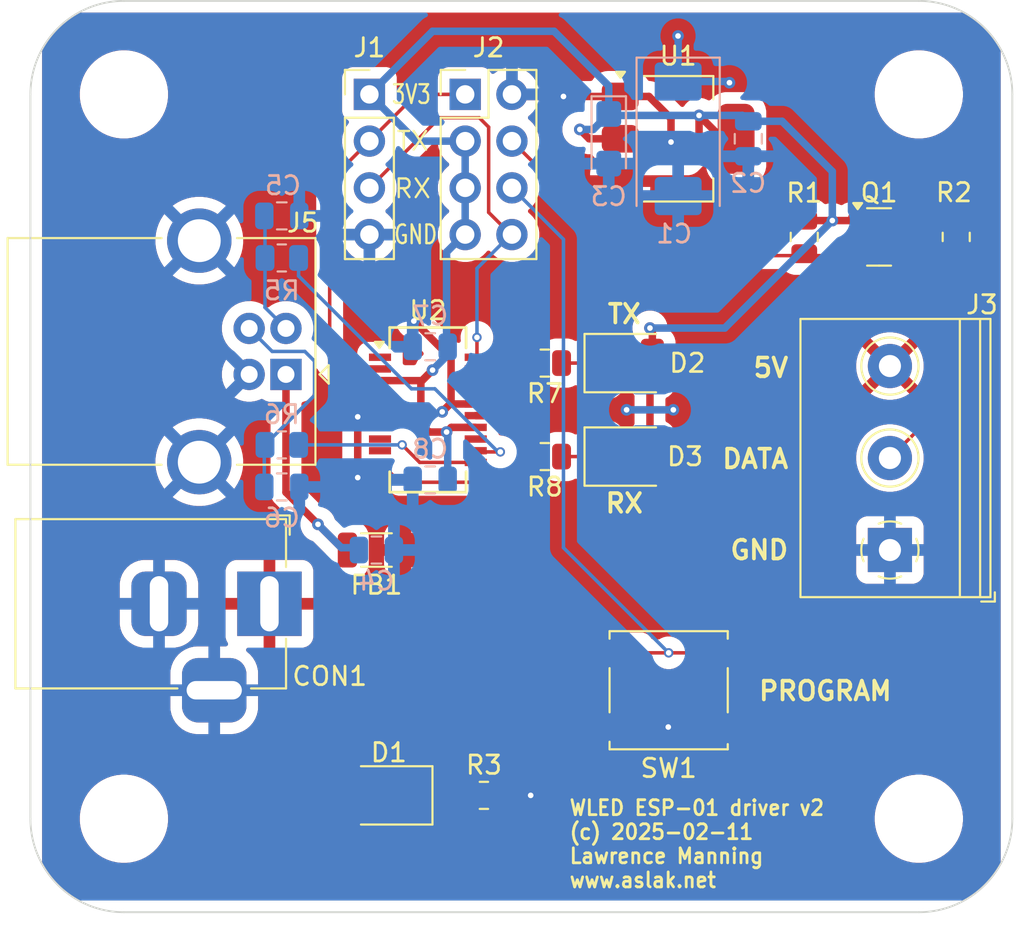
<source format=kicad_pcb>
(kicad_pcb (version 20241229) (generator "pcbnew") (generator_version "9.0")
  (layers (0 "F.Cu" signal) (2 "B.Cu" signal) (13 "F.Paste" user) (15 "B.Paste" user) (5 "F.SilkS" user "F.Silkscreen") (7 "B.SilkS" user "B.Silkscreen") (1 "F.Mask" user) (3 "B.Mask" user) (25 "Edge.Cuts" user))
  (net 0 "")
  (net 1 "+5V")
  (net 2 "+3V3")
  (net 3 "GND")
  (net 4 "Net-(D1-K)")
  (net 5 "/UART_TX")
  (net 6 "/UART_RX")
  (net 7 "/GPIO2")
  (net 8 "Net-(J3-Pin_2)")
  (net 9 "/VBUS")
  (net 10 "Net-(J5-D-)")
  (net 11 "/GPIO0")
  (net 12 "Net-(J5-D+)")
  (net 13 "Net-(D2-K)")
  (net 14 "Net-(D3-K)")
  (net 15 "Net-(U2-USBDM)")
  (net 16 "Net-(U2-USBDP)")
  (net 17 "/TXLED")
  (net 18 "/RXLED")
  (footprint "Resistor_SMD:R_0805_2012Metric" (layer "F.Cu") (at 37.335 59.69)
    (property "Reference" "R3" (at 0 -1.65 0) (layer "F.SilkS"))
    (property "Value" "1K")
    (fp_line (start -0.227064 -0.735) (end 0.227064 -0.735) (stroke (width 0.12)) (layer "F.SilkS"))
    (fp_line (start -0.227064 0.735) (end 0.227064 0.735) (stroke (width 0.12)) (layer "F.SilkS"))
    (pad "1" smd roundrect (at -0.9125 0) (size 1.025 1.4) (layers "F.Cu" "F.Mask" "F.Paste") (roundrect_rratio 0.243902) (net 4 "Net-(D1-K)"))
    (pad "2" smd roundrect (at 0.9125 0) (size 1.025 1.4) (layers "F.Cu" "F.Mask" "F.Paste") (roundrect_rratio 0.243902) (net 3 "GND"))
  )
  (footprint "Connector_PinHeader_2.54mm:PinHeader_2x04_P2.54mm_Vertical" (layer "F.Cu") (at 36.317 21.59)
    (property "Reference" "J2" (at 1.27 -2.54 0) (layer "F.SilkS"))
    (property "Value" "Conn_02x04_Odd_Even")
    (fp_line (start -1.33 -1.33) (end 0 -1.33) (stroke (width 0.12)) (layer "F.SilkS"))
    (fp_line (start -1.33 0) (end -1.33 -1.33) (stroke (width 0.12)) (layer "F.SilkS"))
    (fp_line (start -1.33 1.27) (end -1.33 8.95) (stroke (width 0.12)) (layer "F.SilkS"))
    (fp_line (start -1.33 1.27) (end 1.27 1.27) (stroke (width 0.12)) (layer "F.SilkS"))
    (fp_line (start -1.33 8.95) (end 3.87 8.95) (stroke (width 0.12)) (layer "F.SilkS"))
    (fp_line (start 1.27 -1.33) (end 3.87 -1.33) (stroke (width 0.12)) (layer "F.SilkS"))
    (fp_line (start 1.27 1.27) (end 1.27 -1.33) (stroke (width 0.12)) (layer "F.SilkS"))
    (fp_line (start 3.87 -1.33) (end 3.87 8.95) (stroke (width 0.12)) (layer "F.SilkS"))
    (pad "1" thru_hole rect (at 0 0) (size 1.7 1.7) (drill 1) (layers "*.Cu" "*.Mask") (net 5 "/UART_TX"))
    (pad "2" thru_hole oval (at 2.54 0) (size 1.7 1.7) (drill 1) (layers "*.Cu" "*.Mask") (net 3 "GND"))
    (pad "3" thru_hole oval (at 0 2.54) (size 1.7 1.7) (drill 1) (layers "*.Cu" "*.Mask") (net 2 "+3V3"))
    (pad "4" thru_hole oval (at 2.54 2.54) (size 1.7 1.7) (drill 1) (layers "*.Cu" "*.Mask") (net 7 "/GPIO2"))
    (pad "5" thru_hole oval (at 0 5.08) (size 1.7 1.7) (drill 1) (layers "*.Cu" "*.Mask") (net 2 "+3V3"))
    (pad "6" thru_hole oval (at 2.54 5.08) (size 1.7 1.7) (drill 1) (layers "*.Cu" "*.Mask") (net 11 "/GPIO0"))
    (pad "7" thru_hole oval (at 0 7.62) (size 1.7 1.7) (drill 1) (layers "*.Cu" "*.Mask") (net 2 "+3V3"))
    (pad "8" thru_hole oval (at 2.54 7.62) (size 1.7 1.7) (drill 1) (layers "*.Cu" "*.Mask") (net 6 "/UART_RX"))
  )
  (footprint "LED_SMD:LED_1210_3225Metric" (layer "F.Cu") (at 45.085 41.275)
    (property "Reference" "D3" (at 3.175 0 0) (layer "F.SilkS"))
    (property "Value" "UART_LED")
    (fp_line (start -2.285 -1.585) (end -2.285 1.585) (stroke (width 0.12)) (layer "F.SilkS"))
    (fp_line (start -2.285 1.585) (end 1.6 1.585) (stroke (width 0.12)) (layer "F.SilkS"))
    (fp_line (start 1.6 -1.585) (end -2.285 -1.585) (stroke (width 0.12)) (layer "F.SilkS"))
    (pad "1" smd roundrect (at -1.4 0) (size 1.25 2.65) (layers "F.Cu" "F.Mask" "F.Paste") (roundrect_rratio 0.2) (net 14 "Net-(D3-K)"))
    (pad "2" smd roundrect (at 1.4 0) (size 1.25 2.65) (layers "F.Cu" "F.Mask" "F.Paste") (roundrect_rratio 0.2) (net 2 "+3V3"))
  )
  (footprint "LED_SMD:LED_1210_3225Metric" (layer "F.Cu") (at 45.085 36.195)
    (property "Reference" "D2" (at 3.302 0 0) (layer "F.SilkS"))
    (property "Value" "UART_LED")
    (fp_line (start -2.285 -1.585) (end -2.285 1.585) (stroke (width 0.12)) (layer "F.SilkS"))
    (fp_line (start -2.285 1.585) (end 1.6 1.585) (stroke (width 0.12)) (layer "F.SilkS"))
    (fp_line (start 1.6 -1.585) (end -2.285 -1.585) (stroke (width 0.12)) (layer "F.SilkS"))
    (pad "1" smd roundrect (at -1.4 0) (size 1.25 2.65) (layers "F.Cu" "F.Mask" "F.Paste") (roundrect_rratio 0.2) (net 13 "Net-(D2-K)"))
    (pad "2" smd roundrect (at 1.4 0) (size 1.25 2.65) (layers "F.Cu" "F.Mask" "F.Paste") (roundrect_rratio 0.2) (net 2 "+3V3"))
  )
  (footprint "MountingHole:MountingHole_4.3mm_M4" (layer "F.Cu") (at 60.96 60.96)
    (property "Reference" "H4" (hide yes))
    (property "Value" "HOLE")
    (pad "" np_thru_hole circle (at 0 0) (size 4.3 4.3) (drill 4.3) (layers "*.Cu" "*.Mask"))
  )
  (footprint "Package_TO_SOT_SMD:SOT-23" (layer "F.Cu") (at 58.801 29.337)
    (property "Reference" "Q1" (at 0 -2.4 0) (layer "F.SilkS"))
    (property "Value" "2N7002")
    (fp_line (start 0 -1.56) (end -0.65 -1.56) (stroke (width 0.12)) (layer "F.SilkS"))
    (fp_line (start 0 -1.56) (end 0.65 -1.56) (stroke (width 0.12)) (layer "F.SilkS"))
    (fp_line (start 0 1.56) (end -0.65 1.56) (stroke (width 0.12)) (layer "F.SilkS"))
    (fp_line (start 0 1.56) (end 0.65 1.56) (stroke (width 0.12)) (layer "F.SilkS"))
    (fp_poly (pts (xy -1.1625 -1.51) (xy -1.4025 -1.84) (xy -0.9225 -1.84) (xy -1.1625 -1.51)) (stroke (width 0.12)) (fill yes) (layer "F.SilkS"))
    (pad "1" smd roundrect (at -0.9375 -0.95) (size 1.475 0.6) (layers "F.Cu" "F.Mask" "F.Paste") (net 2 "+3V3"))
    (pad "2" smd roundrect (at -0.9375 0.95) (size 1.475 0.6) (layers "F.Cu" "F.Mask" "F.Paste") (net 7 "/GPIO2"))
    (pad "3" smd roundrect (at 0.9375 0) (size 1.475 0.6) (layers "F.Cu" "F.Mask" "F.Paste") (net 8 "Net-(J3-Pin_2)"))
  )
  (footprint "Resistor_SMD:R_0805_2012Metric" (layer "F.Cu") (at 62.992 29.337 90)
    (property "Reference" "R2" (at 2.413 -0.127 180) (layer "F.SilkS"))
    (property "Value" "10k")
    (fp_line (start -0.227064 -0.735) (end 0.227064 -0.735) (stroke (width 0.12)) (layer "F.SilkS"))
    (fp_line (start -0.227064 0.735) (end 0.227064 0.735) (stroke (width 0.12)) (layer "F.SilkS"))
    (pad "1" smd roundrect (at -0.9125 0 90) (size 1.025 1.4) (layers "F.Cu" "F.Mask" "F.Paste") (roundrect_rratio 0.243902) (net 1 "+5V"))
    (pad "2" smd roundrect (at 0.9125 0 90) (size 1.025 1.4) (layers "F.Cu" "F.Mask" "F.Paste") (roundrect_rratio 0.243902) (net 8 "Net-(J3-Pin_2)"))
  )
  (footprint "Connector_BarrelJack:BarrelJack_Horizontal" (layer "F.Cu") (at 25.685 49.276)
    (property "Reference" "CON1" (at 3.271 3.937 0) (layer "F.SilkS"))
    (property "Value" "POWERLJACK")
    (fp_line (start -13.8 -4.6) (end 0.9 -4.6) (stroke (width 0.12)) (layer "F.SilkS"))
    (fp_line (start -13.8 4.6) (end -13.8 -4.6) (stroke (width 0.12)) (layer "F.SilkS"))
    (fp_line (start -5 4.6) (end -13.8 4.6) (stroke (width 0.12)) (layer "F.SilkS"))
    (fp_line (start 0.05 -4.8) (end 1.1 -4.8) (stroke (width 0.12)) (layer "F.SilkS"))
    (fp_line (start 0.9 -4.6) (end 0.9 -2) (stroke (width 0.12)) (layer "F.SilkS"))
    (fp_line (start 0.9 1.9) (end 0.9 4.6) (stroke (width 0.12)) (layer "F.SilkS"))
    (fp_line (start 0.9 4.6) (end -1 4.6) (stroke (width 0.12)) (layer "F.SilkS"))
    (fp_line (start 1.1 -3.75) (end 1.1 -4.8) (stroke (width 0.12)) (layer "F.SilkS"))
    (pad "1" thru_hole rect (at 0 0) (size 3.5 3.5) (drill oval 1 3) (layers "*.Cu" "*.Mask") (net 1 "+5V"))
    (pad "2" thru_hole roundrect (at -6 0) (size 3 3.5) (drill oval 1 3) (layers "*.Cu" "*.Mask") (net 3 "GND"))
    (pad "3" thru_hole roundrect (at -3 4.7) (size 3.5 3.5) (drill oval 3 1) (layers "*.Cu" "*.Mask") (net 3 "GND"))
  )
  (footprint "Connector_PinHeader_2.54mm:PinHeader_1x04_P2.54mm_Vertical" (layer "F.Cu") (at 31.115 21.59)
    (property "Reference" "J1" (at 0 -2.54 0) (layer "F.SilkS"))
    (property "Value" "Conn_01x04")
    (fp_line (start -1.33 -1.33) (end 0 -1.33) (stroke (width 0.12)) (layer "F.SilkS"))
    (fp_line (start -1.33 0) (end -1.33 -1.33) (stroke (width 0.12)) (layer "F.SilkS"))
    (fp_line (start -1.33 1.27) (end -1.33 8.95) (stroke (width 0.12)) (layer "F.SilkS"))
    (fp_line (start -1.33 1.27) (end 1.33 1.27) (stroke (width 0.12)) (layer "F.SilkS"))
    (fp_line (start -1.33 8.95) (end 1.33 8.95) (stroke (width 0.12)) (layer "F.SilkS"))
    (fp_line (start 1.33 1.27) (end 1.33 8.95) (stroke (width 0.12)) (layer "F.SilkS"))
    (pad "1" thru_hole rect (at 0 0) (size 1.7 1.7) (drill 1) (layers "*.Cu" "*.Mask") (net 2 "+3V3"))
    (pad "2" thru_hole oval (at 0 2.54) (size 1.7 1.7) (drill 1) (layers "*.Cu" "*.Mask") (net 5 "/UART_TX"))
    (pad "3" thru_hole oval (at 0 5.08) (size 1.7 1.7) (drill 1) (layers "*.Cu" "*.Mask") (net 6 "/UART_RX"))
    (pad "4" thru_hole oval (at 0 7.62) (size 1.7 1.7) (drill 1) (layers "*.Cu" "*.Mask") (net 3 "GND"))
  )
  (footprint "Inductor_SMD:L_1206_3216Metric" (layer "F.Cu") (at 31.496 46.355 180)
    (property "Reference" "FB1" (at 0 -1.9 0) (layer "F.SilkS"))
    (property "Value" "Bead")
    (fp_line (start -0.835242 0.91) (end 0.835242 0.91) (stroke (width 0.12)) (layer "F.SilkS"))
    (fp_line (start -0.835242 -0.91) (end 0.835242 -0.91) (stroke (width 0.12)) (layer "F.SilkS"))
    (pad "1" smd roundrect (at -1.575 0 180) (size 1.05 1.9) (layers "F.Cu" "F.Mask" "F.Paste") (roundrect_rratio 0.238095) (net 1 "+5V"))
    (pad "2" smd roundrect (at 1.575 0 180) (size 1.05 1.9) (layers "F.Cu" "F.Mask" "F.Paste") (roundrect_rratio 0.238095) (net 9 "/VBUS"))
  )
  (footprint "MountingHole:MountingHole_4.3mm_M4" (layer "F.Cu") (at 17.78 21.59)
    (property "Reference" "H1" (hide yes))
    (property "Value" "HOLE")
    (pad "" np_thru_hole circle (at 0 0) (size 4.3 4.3) (drill 4.3) (layers "*.Cu" "*.Mask"))
  )
  (footprint "Button_Switch_SMD:SW_Push_1P1T_NO_CK_KSC6xxJ" (layer "F.Cu") (at 47.371 53.975)
    (property "Reference" "SW1" (at 0 4.24 0) (layer "F.SilkS"))
    (property "Value" "RESETBUTTON")
    (fp_line (start -3.21 -3.21) (end -3.21 -2.8) (stroke (width 0.12)) (layer "F.SilkS"))
    (fp_line (start -3.21 -1.2) (end -3.21 1.2) (stroke (width 0.12)) (layer "F.SilkS"))
    (fp_line (start -3.21 2.8) (end -3.21 3.21) (stroke (width 0.12)) (layer "F.SilkS"))
    (fp_line (start -3.21 3.21) (end 3.21 3.21) (stroke (width 0.12)) (layer "F.SilkS"))
    (fp_line (start 3.21 -3.21) (end -3.21 -3.21) (stroke (width 0.12)) (layer "F.SilkS"))
    (fp_line (start 3.21 -2.8) (end 3.21 -3.21) (stroke (width 0.12)) (layer "F.SilkS"))
    (fp_line (start 3.21 1.2) (end 3.21 -1.2) (stroke (width 0.12)) (layer "F.SilkS"))
    (fp_line (start 3.21 3.21) (end 3.21 2.93) (stroke (width 0.12)) (layer "F.SilkS"))
    (pad "1" smd rect (at -2.9 -2) (size 2.8 1) (layers "F.Cu" "F.Mask" "F.Paste") (net 11 "/GPIO0"))
    (pad "1" smd rect (at 2.9 -2) (size 2.8 1) (layers "F.Cu" "F.Mask" "F.Paste") (net 11 "/GPIO0"))
    (pad "2" smd rect (at -2.9 2) (size 2.8 1) (layers "F.Cu" "F.Mask" "F.Paste") (net 3 "GND"))
    (pad "2" smd rect (at 2.9 2) (size 2.8 1) (layers "F.Cu" "F.Mask" "F.Paste") (net 3 "GND"))
  )
  (footprint "MountingHole:MountingHole_4.3mm_M4" (layer "F.Cu") (at 17.78 60.96)
    (property "Reference" "H2" (hide yes))
    (property "Value" "HOLE")
    (pad "" np_thru_hole circle (at 0 0) (size 4.3 4.3) (drill 4.3) (layers "*.Cu" "*.Mask"))
  )
  (footprint "LED_SMD:LED_1210_3225Metric" (layer "F.Cu") (at 32.255 59.69 180)
    (property "Reference" "D1" (at 0.087 2.326 0) (layer "F.SilkS"))
    (property "Value" "POWERLED")
    (fp_line (start 1.6 -1.585) (end -2.285 -1.585) (stroke (width 0.12)) (layer "F.SilkS"))
    (fp_line (start -2.285 1.585) (end 1.6 1.585) (stroke (width 0.12)) (layer "F.SilkS"))
    (fp_line (start -2.285 -1.585) (end -2.285 1.585) (stroke (width 0.12)) (layer "F.SilkS"))
    (pad "1" smd roundrect (at -1.4 0 180) (size 1.25 2.65) (layers "F.Cu" "F.Mask" "F.Paste") (roundrect_rratio 0.2) (net 4 "Net-(D1-K)"))
    (pad "2" smd roundrect (at 1.4 0 180) (size 1.25 2.65) (layers "F.Cu" "F.Mask" "F.Paste") (roundrect_rratio 0.2) (net 1 "+5V"))
  )
  (footprint "Resistor_SMD:R_0805_2012Metric" (layer "F.Cu") (at 54.737 29.337 -90)
    (property "Reference" "R1" (at -2.3895 0 180) (layer "F.SilkS"))
    (property "Value" "10k")
    (fp_line (start -0.227064 0.735) (end 0.227064 0.735) (stroke (width 0.12)) (layer "F.SilkS"))
    (fp_line (start -0.227064 -0.735) (end 0.227064 -0.735) (stroke (width 0.12)) (layer "F.SilkS"))
    (pad "1" smd roundrect (at -0.9125 0 270) (size 1.025 1.4) (layers "F.Cu" "F.Mask" "F.Paste") (roundrect_rratio 0.243902) (net 2 "+3V3"))
    (pad "2" smd roundrect (at 0.9125 0 270) (size 1.025 1.4) (layers "F.Cu" "F.Mask" "F.Paste") (roundrect_rratio 0.243902) (net 7 "/GPIO2"))
  )
  (footprint "MountingHole:MountingHole_4.3mm_M4" (layer "F.Cu") (at 60.96 21.59)
    (property "Reference" "H3" (hide yes))
    (property "Value" "HOLE")
    (pad "" np_thru_hole circle (at 0 0) (size 4.3 4.3) (drill 4.3) (layers "*.Cu" "*.Mask"))
  )
  (footprint "Connector_USB:USB_B_OST_USB-B1HSxx_Horizontal" (layer "F.Cu") (at 26.5825 36.81 180)
    (property "Reference" "J5" (at -0.9155 8.235 0) (layer "F.SilkS"))
    (property "Value" "USB_B")
    (fp_line (start 15.12 7.41) (end 6.76 7.41) (stroke (width 0.12)) (layer "F.SilkS"))
    (fp_line (start 15.12 -4.91) (end 15.12 7.41) (stroke (width 0.12)) (layer "F.SilkS"))
    (fp_line (start 6.76 -4.91) (end 15.12 -4.91) (stroke (width 0.12)) (layer "F.SilkS"))
    (fp_line (start 2.66 -4.91) (end -1.6 -4.91) (stroke (width 0.12)) (layer "F.SilkS"))
    (fp_line (start -1.6 7.41) (end 2.66 7.41) (stroke (width 0.12)) (layer "F.SilkS"))
    (fp_line (start -1.6 -4.91) (end -1.6 7.41) (stroke (width 0.12)) (layer "F.SilkS"))
    (fp_line (start -1.82 0) (end -2.32 -0.5) (stroke (width 0.12)) (layer "F.SilkS"))
    (fp_line (start -2.32 0.5) (end -1.82 0) (stroke (width 0.12)) (layer "F.SilkS"))
    (fp_line (start -2.32 -0.5) (end -2.32 0.5) (stroke (width 0.12)) (layer "F.SilkS"))
    (pad "1" thru_hole rect (at 0 0 180) (size 1.7 1.7) (drill 0.92) (layers "*.Cu" "*.Mask") (net 9 "/VBUS"))
    (pad "2" thru_hole circle (at 0 2.5 180) (size 1.7 1.7) (drill 0.92) (layers "*.Cu" "*.Mask") (net 10 "Net-(J5-D-)"))
    (pad "3" thru_hole circle (at 2 2.5 180) (size 1.7 1.7) (drill 0.92) (layers "*.Cu" "*.Mask") (net 12 "Net-(J5-D+)"))
    (pad "4" thru_hole circle (at 2 0 180) (size 1.7 1.7) (drill 0.92) (layers "*.Cu" "*.Mask") (net 3 "GND"))
    (pad "5" thru_hole circle (at 4.71 -4.77 180) (size 3.5 3.5) (drill 2.33) (layers "*.Cu" "*.Mask") (net 3 "GND"))
    (pad "5" thru_hole circle (at 4.71 7.27 180) (size 3.5 3.5) (drill 2.33) (layers "*.Cu" "*.Mask") (net 3 "GND"))
  )
  (footprint "TerminalBlock_Philmore:TerminalBlock_Philmore_TB133_1x03_P5.00mm_Horizontal" (layer "F.Cu") (at 59.39 46.355 90)
    (property "Reference" "J3" (at 13.335 4.999 180) (layer "F.SilkS"))
    (property "Value" "Screw_Terminal_01x03")
    (fp_line (start 12.56 -4.86) (end 12.56 5.46) (stroke (width 0.12)) (layer "F.SilkS"))
    (fp_line (start -2.56 -4.86) (end 12.56 -4.86) (stroke (width 0.12)) (layer "F.SilkS"))
    (fp_line (start -2.56 -4.86) (end -2.56 5.46) (stroke (width 0.12)) (layer "F.SilkS"))
    (fp_line (start -2.56 3.8) (end 12.56 3.8) (stroke (width 0.12)) (layer "F.SilkS"))
    (fp_line (start -2.56 4.9) (end 12.56 4.9) (stroke (width 0.12)) (layer "F.SilkS"))
    (fp_line (start -2.8 4.96) (end -2.8 5.7) (stroke (width 0.12)) (layer "F.SilkS"))
    (fp_line (start -2.56 5.46) (end 12.56 5.46) (stroke (width 0.12)) (layer "F.SilkS"))
    (fp_line (start -2.8 5.7) (end -2.3 5.7) (stroke (width 0.12)) (layer "F.SilkS"))
    (fp_arc (start -0.607742 -1.432109) (mid 0.00014 -1.555727) (end 0.608 -1.432) (stroke (width 0.12)) (layer "F.SilkS"))
    (fp_arc (start 1.432109 -0.607742) (mid 1.555727 0.00014) (end 1.432 0.608) (stroke (width 0.12)) (layer "F.SilkS"))
    (fp_arc (start -1.432109 0.607742) (mid -1.555727 -0.00014) (end -1.432 -0.608) (stroke (width 0.12)) (layer "F.SilkS"))
    (fp_arc (start 0.607587 1.431385) (mid 0.310017 1.523783) (end 0 1.555) (stroke (width 0.12)) (layer "F.SilkS"))
    (fp_arc (start 0.027011 1.555493) (mid -0.296984 1.527118) (end -0.608 1.432) (stroke (width 0.12)) (layer "F.SilkS"))
    (fp_circle (center 10 0) (end 11.555 0) (stroke (width 0.12)) (fill no) (layer "F.SilkS"))
    (fp_circle (center 5 0) (end 6.555 0) (stroke (width 0.12)) (fill no) (layer "F.SilkS"))
    (pad "1" thru_hole rect (at 0 0 90) (size 2.4 2.4) (drill 1.2) (layers "*.Cu" "*.Mask") (net 3 "GND"))
    (pad "2" thru_hole circle (at 5 0 90) (size 2.4 2.4) (drill 1.2) (layers "*.Cu" "*.Mask") (net 8 "Net-(J3-Pin_2)"))
    (pad "3" thru_hole circle (at 10 0 90) (size 2.4 2.4) (drill 1.2) (layers "*.Cu" "*.Mask") (net 1 "+5V"))
  )
  (footprint "Package_TO_SOT_SMD:SOT-223-3_TabPin2" (layer "F.Cu") (at 47.8865 24.003)
    (property "Reference" "U1" (at 0 -4.5 0) (layer "F.SilkS"))
    (property "Value" "AZ1117-3.3")
    (fp_line (start -1.85 -3.41) (end 1.91 -3.41) (stroke (width 0.12)) (layer "F.SilkS"))
    (fp_line (start -1.85 3.41) (end 1.91 3.41) (stroke (width 0.12)) (layer "F.SilkS"))
    (fp_line (start 1.91 -3.41) (end 1.91 -2.15) (stroke (width 0.12)) (layer "F.SilkS"))
    (fp_line (start 1.91 3.41) (end 1.91 2.15) (stroke (width 0.12)) (layer "F.SilkS"))
    (fp_poly (pts (xy -3.13 -3.31) (xy -3.37 -3.64) (xy -2.89 -3.64) (xy -3.13 -3.31)) (stroke (width 0.12)) (fill yes) (layer "F.SilkS"))
    (pad "1" smd roundrect (at -3.15 -2.3) (size 2 1.5) (layers "F.Cu" "F.Mask" "F.Paste") (net 3 "GND"))
    (pad "2" smd roundrect (at -3.15 0) (size 2 1.5) (layers "F.Cu" "F.Mask" "F.Paste") (net 2 "+3V3"))
    (pad "2" smd roundrect (at 3.15 0) (size 2 3.8) (layers "F.Cu" "F.Mask" "F.Paste") (net 2 "+3V3"))
    (pad "3" smd roundrect (at -3.15 2.3) (size 2 1.5) (layers "F.Cu" "F.Mask" "F.Paste") (net 1 "+5V"))
  )
  (footprint "Resistor_SMD:R_0805_2012Metric" (layer "F.Cu") (at 40.64 36.195 180)
    (property "Reference" "R7" (at 0 -1.65 0) (layer "F.SilkS"))
    (property "Value" "1K")
    (fp_line (start -0.227064 0.735) (end 0.227064 0.735) (stroke (width 0.12)) (layer "F.SilkS"))
    (fp_line (start -0.227064 -0.735) (end 0.227064 -0.735) (stroke (width 0.12)) (layer "F.SilkS"))
    (pad "1" smd roundrect (at -0.9125 0 180) (size 1.025 1.4) (layers "F.Cu" "F.Mask" "F.Paste") (roundrect_rratio 0.243902) (net 13 "Net-(D2-K)"))
    (pad "2" smd roundrect (at 0.9125 0 180) (size 1.025 1.4) (layers "F.Cu" "F.Mask" "F.Paste") (roundrect_rratio 0.243902) (net 17 "/TXLED"))
  )
  (footprint "Resistor_SMD:R_0805_2012Metric" (layer "F.Cu") (at 40.64 41.275 180)
    (property "Reference" "R8" (at 0 -1.65 0) (layer "F.SilkS"))
    (property "Value" "1K")
    (fp_line (start -0.227064 0.735) (end 0.227064 0.735) (stroke (width 0.12)) (layer "F.SilkS"))
    (fp_line (start -0.227064 -0.735) (end 0.227064 -0.735) (stroke (width 0.12)) (layer "F.SilkS"))
    (pad "1" smd roundrect (at -0.9125 0 180) (size 1.025 1.4) (layers "F.Cu" "F.Mask" "F.Paste") (roundrect_rratio 0.243902) (net 14 "Net-(D3-K)"))
    (pad "2" smd roundrect (at 0.9125 0 180) (size 1.025 1.4) (layers "F.Cu" "F.Mask" "F.Paste") (roundrect_rratio 0.243902) (net 18 "/RXLED"))
  )
  (footprint "Package_SO:SSOP-20_3.9x8.7mm_P0.635mm" (layer "F.Cu") (at 34.29 38.735)
    (property "Reference" "U2" (at 0 -5.4 0) (layer "F.SilkS"))
    (property "Value" "FT231XS")
    (fp_line (start -2.075 -4.475) (end 2.075 -4.475) (stroke (width 0.15)) (layer "F.SilkS"))
    (fp_line (start -2.075 -3.365) (end -2.075 -4.475) (stroke (width 0.15)) (layer "F.SilkS"))
    (fp_line (start -2.075 4.475) (end -2.075 3.365) (stroke (width 0.15)) (layer "F.SilkS"))
    (fp_line (start -2.075 4.475) (end 2.075 4.475) (stroke (width 0.15)) (layer "F.SilkS"))
    (fp_line (start 2.075 -4.475) (end 2.075 -3.365) (stroke (width 0.15)) (layer "F.SilkS"))
    (fp_line (start 2.075 4.475) (end 2.075 3.365) (stroke (width 0.15)) (layer "F.SilkS"))
    (fp_poly (pts (xy -2.6375 -3.365) (xy -2.8775 -3.695) (xy -2.3975 -3.695) (xy -2.6375 -3.365)) (stroke (width 0.12)) (fill yes) (layer "F.SilkS"))
    (pad "1" smd rect (at -2.6 -2.8575) (size 1.2 0.4) (layers "F.Cu" "F.Mask" "F.Paste"))
    (pad "2" smd rect (at -2.6 -2.2225) (size 1.2 0.4) (layers "F.Cu" "F.Mask" "F.Paste"))
    (pad "3" smd rect (at -2.6 -1.5875) (size 1.2 0.4) (layers "F.Cu" "F.Mask" "F.Paste") (net 2 "+3V3"))
    (pad "4" smd rect (at -2.6 -0.9525) (size 1.2 0.4) (layers "F.Cu" "F.Mask" "F.Paste") (net 5 "/UART_TX"))
    (pad "5" smd rect (at -2.6 -0.3175) (size 1.2 0.4) (layers "F.Cu" "F.Mask" "F.Paste"))
    (pad "6" smd rect (at -2.6 0.3175) (size 1.2 0.4) (layers "F.Cu" "F.Mask" "F.Paste") (net 3 "GND"))
    (pad "7" smd rect (at -2.6 0.9525) (size 1.2 0.4) (layers "F.Cu" "F.Mask" "F.Paste"))
    (pad "8" smd rect (at -2.6 1.5875) (size 1.2 0.4) (layers "F.Cu" "F.Mask" "F.Paste"))
    (pad "9" smd rect (at -2.6 2.2225) (size 1.2 0.4) (layers "F.Cu" "F.Mask" "F.Paste"))
    (pad "10" smd rect (at -2.6 2.8575) (size 1.2 0.4) (layers "F.Cu" "F.Mask" "F.Paste") (net 18 "/RXLED"))
    (pad "11" smd rect (at 2.6 2.8575) (size 1.2 0.4) (layers "F.Cu" "F.Mask" "F.Paste") (net 16 "Net-(U2-USBDP)"))
    (pad "12" smd rect (at 2.6 2.2225) (size 1.2 0.4) (layers "F.Cu" "F.Mask" "F.Paste") (net 15 "Net-(U2-USBDM)"))
    (pad "13" smd rect (at 2.6 1.5875) (size 1.2 0.4) (layers "F.Cu" "F.Mask" "F.Paste"))
    (pad "14" smd rect (at 2.6 0.9525) (size 1.2 0.4) (layers "F.Cu" "F.Mask" "F.Paste") (net 2 "+3V3"))
    (pad "15" smd rect (at 2.6 0.3175) (size 1.2 0.4) (layers "F.Cu" "F.Mask" "F.Paste") (net 1 "+5V"))
    (pad "16" smd rect (at 2.6 -0.3175) (size 1.2 0.4) (layers "F.Cu" "F.Mask" "F.Paste") (net 3 "GND"))
    (pad "17" smd rect (at 2.6 -0.9525) (size 1.2 0.4) (layers "F.Cu" "F.Mask" "F.Paste") (net 17 "/TXLED"))
    (pad "18" smd rect (at 2.6 -1.5875) (size 1.2 0.4) (layers "F.Cu" "F.Mask" "F.Paste"))
    (pad "19" smd rect (at 2.6 -2.2225) (size 1.2 0.4) (layers "F.Cu" "F.Mask" "F.Paste"))
    (pad "20" smd rect (at 2.6 -2.8575) (size 1.2 0.4) (layers "F.Cu" "F.Mask" "F.Paste") (net 6 "/UART_RX"))
  )
  (footprint "Resistor_SMD:R_0805_2012Metric" (layer "B.Cu") (at 26.355 30.48 180)
    (property "Reference" "R5" (at 0 -1.778 0) (layer "B.SilkS") (effects (justify mirror)))
    (property "Value" "27")
    (fp_line (start 0.227064 0.735) (end -0.227064 0.735) (stroke (width 0.12)) (layer "B.SilkS"))
    (fp_line (start 0.227064 -0.735) (end -0.227064 -0.735) (stroke (width 0.12)) (layer "B.SilkS"))
    (pad "1" smd roundrect (at -0.9125 0 180) (size 1.025 1.4) (layers "B.Cu" "B.Mask" "B.Paste") (roundrect_rratio 0.243902) (net 15 "Net-(U2-USBDM)"))
    (pad "2" smd roundrect (at 0.9125 0 180) (size 1.025 1.4) (layers "B.Cu" "B.Mask" "B.Paste") (roundrect_rratio 0.243902) (net 10 "Net-(J5-D-)"))
  )
  (footprint "Capacitor_SMD:C_0805_2012Metric" (layer "B.Cu") (at 34.417 35.306 180)
    (property "Reference" "C7" (at 0 1.68 0) (layer "B.SilkS") (effects (justify mirror)))
    (property "Value" "4.7u")
    (fp_line (start 0.261252 0.735) (end -0.261252 0.735) (stroke (width 0.12)) (layer "B.SilkS"))
    (fp_line (start 0.261252 -0.735) (end -0.261252 -0.735) (stroke (width 0.12)) (layer "B.SilkS"))
    (pad "1" smd roundrect (at -0.95 0 180) (size 1 1.45) (layers "B.Cu" "B.Mask" "B.Paste") (net 2 "+3V3"))
    (pad "2" smd roundrect (at 0.95 0 180) (size 1 1.45) (layers "B.Cu" "B.Mask" "B.Paste") (net 3 "GND"))
  )
  (footprint "Capacitor_SMD:C_0805_2012Metric" (layer "B.Cu") (at 34.417 42.545 180)
    (property "Reference" "C8" (at 0 1.68 0) (layer "B.SilkS") (effects (justify mirror)))
    (property "Value" "4.7u")
    (fp_line (start 0.261252 0.735) (end -0.261252 0.735) (stroke (width 0.12)) (layer "B.SilkS"))
    (fp_line (start 0.261252 -0.735) (end -0.261252 -0.735) (stroke (width 0.12)) (layer "B.SilkS"))
    (pad "1" smd roundrect (at -0.95 0 180) (size 1 1.45) (layers "B.Cu" "B.Mask" "B.Paste") (net 2 "+3V3"))
    (pad "2" smd roundrect (at 0.95 0 180) (size 1 1.45) (layers "B.Cu" "B.Mask" "B.Paste") (net 3 "GND"))
  )
  (footprint "Capacitor_SMD:C_0805_2012Metric" (layer "B.Cu") (at 51.6965 24.003 -90)
    (property "Reference" "C2" (at 2.413 0.0075 180) (layer "B.SilkS") (effects (justify mirror)))
    (property "Value" "0.1u")
    (fp_line (start 0.261252 0.735) (end -0.261252 0.735) (stroke (width 0.12)) (layer "B.SilkS"))
    (fp_line (start 0.261252 -0.735) (end -0.261252 -0.735) (stroke (width 0.12)) (layer "B.SilkS"))
    (pad "1" smd roundrect (at -0.95 0 270) (size 1 1.45) (layers "B.Cu" "B.Mask" "B.Paste") (net 2 "+3V3"))
    (pad "2" smd roundrect (at 0.95 0 270) (size 1 1.45) (layers "B.Cu" "B.Mask" "B.Paste") (net 3 "GND"))
  )
  (footprint "Resistor_SMD:R_0805_2012Metric" (layer "B.Cu") (at 26.355 40.64 180)
    (property "Reference" "R6" (at 0 1.65 0) (layer "B.SilkS") (effects (justify mirror)))
    (property "Value" "27")
    (fp_line (start 0.227064 0.735) (end -0.227064 0.735) (stroke (width 0.12)) (layer "B.SilkS"))
    (fp_line (start 0.227064 -0.735) (end -0.227064 -0.735) (stroke (width 0.12)) (layer "B.SilkS"))
    (pad "1" smd roundrect (at -0.9125 0 180) (size 1.025 1.4) (layers "B.Cu" "B.Mask" "B.Paste") (roundrect_rratio 0.243902) (net 16 "Net-(U2-USBDP)"))
    (pad "2" smd roundrect (at 0.9125 0 180) (size 1.025 1.4) (layers "B.Cu" "B.Mask" "B.Paste") (roundrect_rratio 0.243902) (net 12 "Net-(J5-D+)"))
  )
  (footprint "Capacitor_Tantalum_SMD:CP_EIA-3216-10_Kemet-I" (layer "B.Cu") (at 44.1165 24.003 -90)
    (property "Reference" "C3" (at 3.135 0 180) (layer "B.SilkS") (effects (justify mirror)))
    (property "Value" "10u")
    (fp_line (start -2.31 0.935) (end 1.6 0.935) (stroke (width 0.12)) (layer "B.SilkS"))
    (fp_line (start -2.31 -0.935) (end -2.31 0.935) (stroke (width 0.12)) (layer "B.SilkS"))
    (fp_line (start 1.6 -0.935) (end -2.31 -0.935) (stroke (width 0.12)) (layer "B.SilkS"))
    (pad "1" smd roundrect (at -1.35 0 270) (size 1.4 1.35) (layers "B.Cu" "B.Mask" "B.Paste") (roundrect_rratio 0.185185) (net 2 "+3V3"))
    (pad "2" smd roundrect (at 1.35 0 270) (size 1.4 1.35) (layers "B.Cu" "B.Mask" "B.Paste") (roundrect_rratio 0.185185) (net 3 "GND"))
  )
  (footprint "Capacitor_Tantalum_SMD:CP_EIA-7343-15_Kemet-W" (layer "B.Cu") (at 47.8865 24.003 -90)
    (property "Reference" "C1" (at 5.167 0.214 180) (layer "B.SilkS") (effects (justify mirror)))
    (property "Value" "47u")
    (fp_line (start -4.41 2.26) (end 3.65 2.26) (stroke (width 0.12)) (layer "B.SilkS"))
    (fp_line (start -4.41 -2.26) (end -4.41 2.26) (stroke (width 0.12)) (layer "B.SilkS"))
    (fp_line (start 3.65 -2.26) (end -4.41 -2.26) (stroke (width 0.12)) (layer "B.SilkS"))
    (pad "1" smd roundrect (at -3.1125 0 270) (size 2.075 2.55) (layers "B.Cu" "B.Mask" "B.Paste") (roundrect_rratio 0.120482) (net 1 "+5V"))
    (pad "2" smd roundrect (at 3.1125 0 270) (size 2.075 2.55) (layers "B.Cu" "B.Mask" "B.Paste") (roundrect_rratio 0.120482) (net 3 "GND"))
  )
  (footprint "Capacitor_SMD:C_0805_2012Metric" (layer "B.Cu") (at 31.496 46.355)
    (property "Reference" "C4" (at 0 1.68 0) (layer "B.SilkS") (effects (justify mirror)))
    (property "Value" "10n")
    (fp_line (start 0.261252 -0.735) (end -0.261252 -0.735) (stroke (width 0.12)) (layer "B.SilkS"))
    (fp_line (start 0.261252 0.735) (end -0.261252 0.735) (stroke (width 0.12)) (layer "B.SilkS"))
    (pad "1" smd roundrect (at -0.95 0) (size 1 1.45) (layers "B.Cu" "B.Mask" "B.Paste") (net 9 "/VBUS"))
    (pad "2" smd roundrect (at 0.95 0) (size 1 1.45) (layers "B.Cu" "B.Mask" "B.Paste") (net 3 "GND"))
  )
  (footprint "Capacitor_SMD:C_0805_2012Metric" (layer "B.Cu") (at 26.355 42.926)
    (property "Reference" "C6" (at 0 1.68 0) (layer "B.SilkS") (effects (justify mirror)))
    (property "Value" "47p")
    (fp_line (start 0.261252 -0.735) (end -0.261252 -0.735) (stroke (width 0.12)) (layer "B.SilkS"))
    (fp_line (start 0.261252 0.735) (end -0.261252 0.735) (stroke (width 0.12)) (layer "B.SilkS"))
    (pad "1" smd roundrect (at -0.95 0) (size 1 1.45) (layers "B.Cu" "B.Mask" "B.Paste") (net 12 "Net-(J5-D+)"))
    (pad "2" smd roundrect (at 0.95 0) (size 1 1.45) (layers "B.Cu" "B.Mask" "B.Paste") (net 3 "GND"))
  )
  (footprint "Capacitor_SMD:C_0805_2012Metric" (layer "B.Cu") (at 26.355 28.194)
    (property "Reference" "C5" (at 0.066 -1.651 0) (layer "B.SilkS") (effects (justify mirror)))
    (property "Value" "47p")
    (fp_line (start 0.261252 -0.735) (end -0.261252 -0.735) (stroke (width 0.12)) (layer "B.SilkS"))
    (fp_line (start 0.261252 0.735) (end -0.261252 0.735) (stroke (width 0.12)) (layer "B.SilkS"))
    (pad "1" smd roundrect (at -0.95 0) (size 1 1.45) (layers "B.Cu" "B.Mask" "B.Paste") (net 10 "Net-(J5-D-)"))
    (pad "2" smd roundrect (at 0.95 0) (size 1 1.45) (layers "B.Cu" "B.Mask" "B.Paste") (net 3 "GND"))
  )
  (gr_arc (start 12.7 21.59) (mid 14.187898 17.997898) (end 17.78 16.51) (stroke (width 0.1)) (layer "Edge.Cuts"))
  (gr_line (start 17.78 66.04) (end 60.96 66.04) (stroke (width 0.1)) (layer "Edge.Cuts"))
  (gr_arc (start 17.78 66.04) (mid 14.187898 64.552102) (end 12.7 60.96) (stroke (width 0.1)) (layer "Edge.Cuts"))
  (gr_arc (start 66.04 60.96) (mid 64.552102 64.552102) (end 60.96 66.04) (stroke (width 0.1)) (layer "Edge.Cuts"))
  (gr_line (start 60.96 16.51) (end 17.78 16.51) (stroke (width 0.1)) (layer "Edge.Cuts"))
  (gr_line (start 66.04 60.96) (end 66.04 21.59) (stroke (width 0.1)) (layer "Edge.Cuts"))
  (gr_line (start 12.7 21.59) (end 12.7 60.96) (stroke (width 0.1)) (layer "Edge.Cuts"))
  (gr_arc (start 60.96 16.51) (mid 64.552102 17.997898) (end 66.04 21.59) (stroke (width 0.1)) (layer "Edge.Cuts"))
  (gr_text "3V3" (at 32.258 21.59 0) (layer "F.SilkS") (effects (font (size 1.016 0.762) (thickness 0.127) (bold yes)) (justify left)))
  (gr_text "5V" (at 53.975 36.449 0) (layer "F.SilkS") (effects (font (size 1.016 1.016) (thickness 0.2032) (bold yes)) (justify right)))
  (gr_text "TX" (at 32.512 24.13 0) (layer "F.SilkS") (effects (font (size 1.016 1.016) (thickness 0.127) (bold yes)) (justify left)))
  (gr_text "PROGRAM" (at 55.88 54.61 0) (layer "F.SilkS") (effects (font (size 1.016 1.016) (thickness 0.2032) (bold yes)) (justify bottom)))
  (gr_text "GND" (at 53.975 46.355 0) (layer "F.SilkS") (effects (font (size 1.016 1.016) (thickness 0.2032) (bold yes)) (justify right)))
  (gr_text "RX" (at 32.385 26.71 0) (layer "F.SilkS") (effects (font (size 1.016 1.016) (thickness 0.127) (bold yes)) (justify left)))
  (gr_text "DATA" (at 53.975 41.402 0) (layer "F.SilkS") (effects (font (size 1.016 1.016) (thickness 0.2032) (bold yes)) (justify right)))
  (gr_text "WLED ESP-01 driver v2\n(c) 2025-02-11\nLawrence Manning\nwww.aslak.net" (at 41.91 64.77 0) (layer "F.SilkS") (effects (font (size 0.8128 0.762) (thickness 0.1524) (bold yes)) (justify left bottom)))
  (gr_text "RX" (at 44.958 43.815 0) (layer "F.SilkS") (effects (font (size 1.016 1.016) (thickness 0.2032) (bold yes))))
  (gr_text "TX" (at 44.958 33.528 0) (layer "F.SilkS") (effects (font (size 1.016 1.016) (thickness 0.2032) (bold yes))))
  (gr_text "GND" (at 32.385 29.21 0) (layer "F.SilkS") (effects (font (size 1.016 0.762) (thickness 0.127) (bold yes)) (justify left)))
  (segment (start 36.89 39.0525) (end 37.9095 39.0525) (width 0.4064) (layer "F.Cu") (net 1))
  (via (at 45.085 38.735) (size 0.635) (drill 0.3048) (layers "F.Cu" "B.Cu") (net 1))
  (via (at 50.673 20.955) (size 0.635) (drill 0.3048) (layers "F.Cu" "B.Cu") (net 1))
  (via (at 47.625 38.735) (size 0.635) (drill 0.3048) (layers "F.Cu" "B.Cu") (net 1))
  (via (at 47.879 18.415) (size 0.635) (drill 0.3048) (layers "F.Cu" "B.Cu") (net 1))
  (segment (start 47.8865 20.8905) (end 47.8865 18.4225) (width 0.4064) (layer "B.Cu") (net 1))
  (segment (start 50.6085 20.8905) (end 47.8865 20.8905) (width 0.4064) (layer "B.Cu") (net 1))
  (segment (start 47.8865 18.4225) (end 47.879 18.415) (width 0.4064) (layer "B.Cu") (net 1))
  (segment (start 50.673 20.955) (end 50.6085 20.8905) (width 0.4064) (layer "B.Cu") (net 1))
  (segment (start 45.085 38.735) (end 47.625 38.735) (width 0.4064) (layer "B.Cu") (net 1))
  (segment (start 45.085 24.003) (end 44.7365 24.003) (width 0.4064) (layer "F.Cu") (net 2))
  (segment (start 49.022 24.511) (end 48.387 25.146) (width 0.4064) (layer "F.Cu") (net 2))
  (segment (start 54.7605 28.448) (end 56.261 28.448) (width 0.4064) (layer "F.Cu") (net 2))
  (segment (start 57.8635 28.387) (end 57.8025 28.448) (width 0.4064) (layer "F.Cu") (net 2))
  (segment (start 46.228 25.146) (end 45.085 24.003) (width 0.4064) (layer "F.Cu") (net 2))
  (segment (start 46.355 41.145) (end 46.355 36.325) (width 0.4064) (layer "F.Cu") (net 2))
  (segment (start 57.8025 28.448) (end 56.261 28.448) (width 0.4064) (layer "F.Cu") (net 2))
  (segment (start 34.29 36.83) (end 33.909 37.211) (width 0.4064) (layer "F.Cu") (net 2))
  (segment (start 48.387 25.146) (end 46.228 25.146) (width 0.4064) (layer "F.Cu") (net 2))
  (segment (start 34.544 36.576) (end 34.29 36.83) (width 0.4064) (layer "F.Cu") (net 2))
  (segment (start 35.56 39.6875) (end 36.89 39.6875) (width 0.4064) (layer "F.Cu") (net 2))
  (segment (start 46.355 34.29) (end 46.485 34.42) (width 0.4064) (layer "F.Cu") (net 2))
  (segment (start 54.737 28.4245) (end 54.7605 28.448) (width 0.4064) (layer "F.Cu") (net 2))
  (segment (start 36.2585 26.67) (end 36.2585 26.7335) (width 0.4064) (layer "F.Cu") (net 2))
  (segment (start 49.022 22.733) (end 49.022 24.511) (width 0.4064) (layer "F.Cu") (net 2))
  (segment (start 46.485 34.42) (end 46.485 36.195) (width 0.4064) (layer "F.Cu") (net 2))
  (segment (start 46.355 36.325) (end 46.485 36.195) (width 0.4064) (layer "F.Cu") (net 2))
  (segment (start 34.3535 39.9415) (end 33.909 39.497) (width 0.4064) (layer "F.Cu") (net 2))
  (segment (start 51.0365 24.003) (end 50.292 24.003) (width 0.4064) (layer "F.Cu") (net 2))
  (segment (start 31.69 37.1475) (end 33.9725 37.1475) (width 0.4064) (layer "F.Cu") (net 2))
  (segment (start 33.909 39.497) (end 33.909 37.211) (width 0.4064) (layer "F.Cu") (net 2))
  (segment (start 35.306 39.9415) (end 34.3535 39.9415) (width 0.4064) (layer "F.Cu") (net 2))
  (segment (start 44.7365 24.003) (end 43.053 24.003) (width 0.4064) (layer "F.Cu") (net 2))
  (segment (start 35.306 39.9415) (end 35.56 39.6875) (width 0.4064) (layer "F.Cu") (net 2))
  (segment (start 50.292 24.003) (end 49.022 22.733) (width 0.4064) (layer "F.Cu") (net 2))
  (segment (start 33.9725 37.1475) (end 34.29 36.83) (width 0.4064) (layer "F.Cu") (net 2))
  (segment (start 46.485 41.275) (end 46.355 41.145) (width 0.4064) (layer "F.Cu") (net 2))
  (segment (start 43.053 24.003) (end 42.545 23.495) (width 0.4064) (layer "F.Cu") (net 2))
  (via (at 35.306 39.9415) (size 0.635) (drill 0.3048) (layers "F.Cu" "B.Cu") (net 2))
  (via (at 56.261 28.448) (size 0.635) (drill 0.3048) (layers "F.Cu" "B.Cu") (net 2))
  (via (at 34.544 36.576) (size 0.635) (drill 0.3048) (layers "F.Cu" "B.Cu") (net 2))
  (via (at 49.022 22.733) (size 0.635) (drill 0.3048) (layers "F.Cu" "B.Cu") (net 2))
  (via (at 42.545 23.495) (size 0.635) (drill 0.3048) (layers "F.Cu" "B.Cu") (net 2))
  (via (at 46.355 34.29) (size 0.635) (drill 0.3048) (layers "F.Cu" "B.Cu") (net 2))
  (segment (start 35.306 35.814) (end 35.306 30.1625) (width 0.4064) (layer "B.Cu") (net 2))
  (segment (start 43.2745 23.495) (end 44.1165 22.653) (width 0.4064) (layer "B.Cu") (net 2))
  (segment (start 35.306 30.1625) (end 36.317 29.1515) (width 0.4064) (layer "B.Cu") (net 2))
  (segment (start 50.419 34.29) (end 56.261 28.448) (width 0.4064) (layer "B.Cu") (net 2))
  (segment (start 56.261 25.781) (end 53.533 23.053) (width 0.4064) (layer "B.Cu") (net 2))
  (segment (start 49.022 22.733) (end 51.3765 22.733) (width 0.4064) (layer "B.Cu") (net 2))
  (segment (start 42.545 23.495) (end 43.2745 23.495) (width 0.4064) (layer "B.Cu") (net 2))
  (segment (start 49.022 22.733) (end 44.1965 22.733) (width 0.4064) (layer "B.Cu") (net 2))
  (segment (start 34.544 18.161) (end 31.115 21.59) (width 0.4064) (layer "B.Cu") (net 2))
  (segment (start 46.355 34.29) (end 50.419 34.29) (width 0.4064) (layer "B.Cu") (net 2))
  (segment (start 34.544 36.576) (end 35.306 35.814) (width 0.4064) (layer "B.Cu") (net 2))
  (segment (start 44.1165 21.1295) (end 41.148 18.161) (width 0.4064) (layer "B.Cu") (net 2))
  (segment (start 44.1165 22.82) (end 44.1165 21.1295) (width 0.4064) (layer "B.Cu") (net 2))
  (segment (start 36.317 29.1515) (end 36.317 24.252) (width 0.4064) (layer "B.Cu") (net 2))
  (segment (start 35.367 35.753) (end 35.367 35.306) (width 0.4064) (layer "B.Cu") (net 2))
  (segment (start 53.533 23.053) (end 51.6965 23.053) (width 0.4064) (layer "B.Cu") (net 2))
  (segment (start 56.261 28.448) (end 56.261 25.781) (width 0.4064) (layer "B.Cu") (net 2))
  (segment (start 31.115 21.59) (end 33.655 24.13) (width 0.4064) (layer "B.Cu") (net 2))
  (segment (start 33.655 24.13) (end 36.1315 24.13) (width 0.4064) (layer "B.Cu") (net 2))
  (segment (start 35.306 39.9415) (end 35.367 40.0025) (width 0.4064) (layer "B.Cu") (net 2))
  (segment (start 34.544 36.576) (end 35.367 35.753) (width 0.4064) (layer "B.Cu") (net 2))
  (segment (start 41.148 18.161) (end 34.544 18.161) (width 0.4064) (layer "B.Cu") (net 2))
  (segment (start 36.317 24.252) (end 36.195 24.13) (width 0.4064) (layer "B.Cu") (net 2))
  (segment (start 35.367 40.0025) (end 35.367 42.545) (width 0.4064) (layer "B.Cu") (net 2))
  (segment (start 51.3765 22.733) (end 51.6965 23.053) (width 0.4064) (layer "B.Cu") (net 2))
  (segment (start 44.1965 22.733) (end 44.1165 22.653) (width 0.4064) (layer "B.Cu") (net 2))
  (segment (start 35.550427 38.363573) (end 35.550427 35.931427) (width 0.4064) (layer "F.Cu") (net 3))
  (segment (start 47.498 24.1808) (end 47.498 22.8995) (width 0.4064) (layer "F.Cu") (net 3))
  (segment (start 38.2475 59.69) (end 39.875 59.69) (width 0.4064) (layer "F.Cu") (net 3))
  (segment (start 38.9115 21.703) (end 38.7985 21.59) (width 0.4064) (layer "F.Cu") (net 3))
  (segment (start 46.3015 21.703) (end 44.7365 21.703) (width 0.4064) (layer "F.Cu") (net 3))
  (segment (start 35.550427 35.931427) (end 33.528 33.909) (width 0.4064) (layer "F.Cu") (net 3))
  (segment (start 44.471 55.975) (end 47.35 55.975) (width 0.4064) (layer "F.Cu") (net 3))
  (segment (start 30.48 39.116) (end 30.5435 39.0525) (width 0.4064) (layer "F.Cu") (net 3))
  (segment (start 35.069937 38.844063) (end 35.4965 38.4175) (width 0.4064) (layer "F.Cu") (net 3))
  (segment (start 47.498 22.8995) (end 46.3015 21.703) (width 0.4064) (layer "F.Cu") (net 3))
  (segment (start 50.271 55.975) (end 47.35 55.975) (width 0.4064) (layer "F.Cu") (net 3))
  (segment (start 30.5435 39.0525) (end 31.69 39.0525) (width 0.4064) (layer "F.Cu") (net 3))
  (segment (start 44.7365 21.703) (end 38.9115 21.703) (width 0.4064) (layer "F.Cu") (net 3))
  (segment (start 35.4965 38.4175) (end 36.89 38.4175) (width 0.4064) (layer "F.Cu") (net 3))
  (segment (start 35.069937 38.844063) (end 35.550427 38.363573) (width 0.4064) (layer "F.Cu") (net 3))
  (segment (start 30.48 42.418) (end 30.48 39.116) (width 0.4064) (layer "F.Cu") (net 3))
  (via (at 39.875 59.69) (size 0.635) (drill 0.3048) (layers "F.Cu" "B.Cu") (net 3))
  (via (at 47.35 55.975) (size 0.635) (drill 0.3048) (layers "F.Cu" "B.Cu") (net 3))
  (via (at 33.528 33.909) (size 0.635) (drill 0.3048) (layers "F.Cu" "B.Cu") (net 3))
  (via (at 30.48 39.116) (size 0.635) (drill 0.3048) (layers "F.Cu" "B.Cu") (net 3))
  (via (at 30.48 42.418) (size 0.635) (drill 0.3048) (layers "F.Cu" "B.Cu") (net 3))
  (via (at 35.069937 38.844063) (size 0.635) (drill 0.3048) (layers "F.Cu" "B.Cu") (net 3))
  (via (at 41.656 21.703) (size 0.635) (drill 0.3048) (layers "F.Cu" "B.Cu") (net 3))
  (via (at 47.498 24.1808) (size 0.635) (drill 0.3048) (layers "F.Cu" "B.Cu") (net 3))
  (segment (start 21.8725 28.9935) (end 21.8725 29.54) (width 0.4064) (layer "B.Cu") (net 3))
  (segment (start 33.467 42.545) (end 33.34 42.418) (width 0.4064) (layer "B.Cu") (net 3))
  (segment (start 33.467 33.97) (end 33.528 33.909) (width 0.4064) (layer "B.Cu") (net 3))
  (segment (start 47.498 24.1808) (end 47.8865 24.5693) (width 0.4064) (layer "B.Cu") (net 3))
  (segment (start 33.34 42.418) (end 30.48 42.418) (width 0.4064) (layer "B.Cu") (net 3))
  (segment (start 46.3258 25.353) (end 44.1165 25.353) (width 0.4064) (layer "B.Cu") (net 3))
  (segment (start 21.8725 42.2535) (end 21.8725 41.58) (width 0.4064) (layer "B.Cu") (net 3))
  (segment (start 47.8865 24.5693) (end 47.8865 27.1155) (width 0.4064) (layer "B.Cu") (net 3))
  (segment (start 33.467 35.306) (end 33.467 33.97) (width 0.4064) (layer "B.Cu") (net 3))
  (segment (start 47.498 24.1808) (end 46.3258 25.353) (width 0.4064) (layer "B.Cu") (net 3))
  (segment (start 36.4225 59.69) (end 33.525 59.69) (width 0.1905) (layer "F.Cu") (net 4))
  (segment (start 30.5435 37.7825) (end 31.69 37.7825) (width 0.1905) (layer "F.Cu") (net 5))
  (segment (start 33.655 21.59) (end 36.317 21.59) (width 0.1905) (layer "F.Cu") (net 5))
  (segment (start 28.956 36.195) (end 30.5435 37.7825) (width 0.1905) (layer "F.Cu") (net 5))
  (segment (start 28.956 26.289) (end 28.956 36.195) (width 0.1905) (layer "F.Cu") (net 5))
  (segment (start 31.115 24.13) (end 33.655 21.59) (width 0.1905) (layer "F.Cu") (net 5))
  (segment (start 31.115 24.13) (end 28.956 26.289) (width 0.1905) (layer "F.Cu") (net 5))
  (segment (start 37.592 28.0035) (end 38.7985 29.21) (width 0.1905) (layer "F.Cu") (net 6))
  (segment (start 31.115 26.67) (end 34.925 22.86) (width 0.1905) (layer "F.Cu") (net 6))
  (segment (start 37.592 23.368) (end 37.592 28.0035) (width 0.1905) (layer "F.Cu") (net 6))
  (segment (start 36.89 35.8775) (end 36.957 35.8105) (width 0.1905) (layer "F.Cu") (net 6))
  (segment (start 36.957 35.8105) (end 36.957 34.798) (width 0.1905) (layer "F.Cu") (net 6))
  (segment (start 37.084 22.86) (end 37.592 23.368) (width 0.1905) (layer "F.Cu") (net 6))
  (segment (start 34.925 22.86) (end 37.084 22.86) (width 0.1905) (layer "F.Cu") (net 6))
  (via (at 36.957 34.798) (size 0.508) (drill 0.3048) (layers "F.Cu" "B.Cu") (net 6))
  (segment (start 36.957 31.0515) (end 38.7985 29.21) (width 0.1905) (layer "B.Cu") (net 6))
  (segment (start 36.957 34.798) (end 36.957 31.0515) (width 0.1905) (layer "B.Cu") (net 6))
  (segment (start 54.8405 30.353) (end 58.039 30.353) (width 0.1905) (layer "F.Cu") (net 7))
  (segment (start 38.9255 24.257) (end 38.989 24.257) (width 0.1905) (layer "F.Cu") (net 7))
  (segment (start 38.989 24.257) (end 45.085 30.353) (width 0.1905) (layer "F.Cu") (net 7))
  (segment (start 54.6335 30.353) (end 54.737 30.2495) (width 0.1905) (layer "F.Cu") (net 7))
  (segment (start 45.085 30.353) (end 54.6335 30.353) (width 0.1905) (layer "F.Cu") (net 7))
  (segment (start 54.737 30.2495) (end 54.8405 30.353) (width 0.1905) (layer "F.Cu") (net 7))
  (segment (start 62.23 38.515) (end 59.39 41.355) (width 0.1905) (layer "F.Cu") (net 8))
  (segment (start 62.23 34.544) (end 62.23 38.515) (width 0.1905) (layer "F.Cu") (net 8))
  (segment (start 59.7385 32.0525) (end 62.23 34.544) (width 0.1905) (layer "F.Cu") (net 8))
  (segment (start 59.7385 29.337) (end 60.96 29.337) (width 0.1905) (layer "F.Cu") (net 8))
  (segment (start 59.9205 29.4405) (end 59.817 29.337) (width 0.1905) (layer "F.Cu") (net 8))
  (segment (start 61.8725 28.4245) (end 62.992 28.4245) (width 0.1905) (layer "F.Cu") (net 8))
  (segment (start 60.96 29.337) (end 61.8725 28.4245) (width 0.1905) (layer "F.Cu") (net 8))
  (segment (start 59.7385 29.337) (end 59.7385 32.0525) (width 0.1905) (layer "F.Cu") (net 8))
  (segment (start 29.718 46.355) (end 29.921 46.355) (width 0.4064) (layer "F.Cu") (net 9))
  (segment (start 28.321 44.958) (end 26.5825 43.2195) (width 0.4064) (layer "F.Cu") (net 9))
  (segment (start 29.896 46.33) (end 29.921 46.355) (width 0.4064) (layer "F.Cu") (net 9))
  (segment (start 26.5825 43.2195) (end 26.5825 36.81) (width 0.4064) (layer "F.Cu") (net 9))
  (segment (start 28.321 44.958) (end 29.718 46.355) (width 0.4064) (layer "F.Cu") (net 9))
  (via (at 28.321 44.958) (size 0.635) (drill 0.3048) (layers "F.Cu" "B.Cu") (net 9))
  (segment (start 30.419 46.228) (end 30.546 46.355) (width 0.4064) (layer "B.Cu") (net 9))
  (segment (start 29.591 46.228) (end 30.419 46.228) (width 0.4064) (layer "B.Cu") (net 9))
  (segment (start 28.321 44.958) (end 29.591 46.228) (width 0.4064) (layer "B.Cu") (net 9))
  (segment (start 25.4425 28.2315) (end 25.4425 30.48) (width 0.1905) (layer "B.Cu") (net 10))
  (segment (start 25.4425 30.48) (end 25.4425 33.17) (width 0.1905) (layer "B.Cu") (net 10))
  (segment (start 25.4425 33.17) (end 26.5825 34.31) (width 0.1905) (layer "B.Cu") (net 10))
  (segment (start 25.405 28.194) (end 25.4425 28.2315) (width 0.1905) (layer "B.Cu") (net 10))
  (segment (start 44.503 51.943) (end 50.303 51.943) (width 0.1905) (layer "F.Cu") (net 11))
  (segment (start 50.165 51.985) (end 50.261 51.985) (width 0.1905) (layer "F.Cu") (net 11))
  (segment (start 50.261 51.985) (end 50.271 51.975) (width 0.1905) (layer "F.Cu") (net 11))
  (segment (start 50.303 51.943) (end 50.525 52.165) (width 0.1905) (layer "F.Cu") (net 11))
  (segment (start 38.7985 26.67) (end 38.7985 27.3685) (width 0.1905) (layer "F.Cu") (net 11))
  (segment (start 44.471 51.975) (end 44.503 51.943) (width 0.1905) (layer "F.Cu") (net 11))
  (via (at 47.371 51.943) (size 0.508) (drill 0.3048) (layers "F.Cu" "B.Cu") (net 11))
  (segment (start 38.857 26.67) (end 41.656 29.469) (width 0.1905) (layer "B.Cu") (net 11))
  (segment (start 41.656 46.228) (end 47.371 51.943) (width 0.1905) (layer "B.Cu") (net 11))
  (segment (start 41.656 29.469) (end 41.656 46.228) (width 0.1905) (layer "B.Cu") (net 11))
  (segment (start 27.604 35.56) (end 28.133 36.089) (width 0.1905) (layer "B.Cu") (net 12))
  (segment (start 28.133 36.089) (end 28.133 37.9495) (width 0.1905) (layer "B.Cu") (net 12))
  (segment (start 25.405 40.6775) (end 25.4425 40.64) (width 0.1905) (layer "B.Cu") (net 12))
  (segment (start 25.405 42.926) (end 25.405 40.6775) (width 0.1905) (layer "B.Cu") (net 12))
  (segment (start 24.5825 34.31) (end 25.8325 35.56) (width 0.1905) (layer "B.Cu") (net 12))
  (segment (start 28.133 37.9495) (end 25.4425 40.64) (width 0.1905) (layer "B.Cu") (net 12))
  (segment (start 25.8325 35.56) (end 27.604 35.56) (width 0.1905) (layer "B.Cu") (net 12))
  (segment (start 43.685 36.195) (end 41.5525 36.195) (width 0.1905) (layer "F.Cu") (net 13))
  (segment (start 41.5525 41.275) (end 43.685 41.275) (width 0.1905) (layer "F.Cu") (net 14))
  (segment (start 36.9535 41.021) (end 36.89 40.9575) (width 0.1905) (layer "F.Cu") (net 15))
  (segment (start 38.227 41.021) (end 36.9535 41.021) (width 0.1905) (layer "F.Cu") (net 15))
  (via (at 38.227 41.021) (size 0.508) (drill 0.3048) (layers "F.Cu" "B.Cu") (net 15))
  (segment (start 34.671 37.592) (end 38.1 41.021) (width 0.1905) (layer "B.Cu") (net 15))
  (segment (start 33.401 37.592) (end 34.671 37.592) (width 0.1905) (layer "B.Cu") (net 15))
  (segment (start 27.2675 31.4585) (end 33.401 37.592) (width 0.1905) (layer "B.Cu") (net 15))
  (segment (start 38.1 41.021) (end 38.227 41.021) (width 0.1905) (layer "B.Cu") (net 15))
  (segment (start 27.2675 30.48) (end 27.2675 31.4585) (width 0.1905) (layer "B.Cu") (net 15))
  (segment (start 33.8455 41.5925) (end 36.89 41.5925) (width 0.1905) (layer "F.Cu") (net 16))
  (segment (start 32.893 40.64) (end 33.8455 41.5925) (width 0.1905) (layer "F.Cu") (net 16))
  (via (at 32.893 40.64) (size 0.508) (drill 0.3048) (layers "F.Cu" "B.Cu") (net 16))
  (segment (start 27.2675 40.64) (end 32.893 40.64) (width 0.1905) (layer "B.Cu") (net 16))
  (segment (start 39.7275 36.195) (end 38.14 37.7825) (width 0.1905) (layer "F.Cu") (net 17))
  (segment (start 38.14 37.7825) (end 36.89 37.7825) (width 0.1905) (layer "F.Cu") (net 17))
  (segment (start 39.7275 41.275) (end 38.3305 42.672) (width 0.1905) (layer "F.Cu") (net 18))
  (segment (start 32.7695 42.672) (end 31.69 41.5925) (width 0.1905) (layer "F.Cu") (net 18))
  (segment (start 38.3305 42.672) (end 32.7695 42.672) (width 0.1905) (layer "F.Cu") (net 18))
  (zone (net 1) (net_name "+5V") (layer "F.Cu") (connect_pads (clearance 0.635)) (min_thickness 0.254) (fill yes (thermal_gap 0.635) (thermal_bridge_width 0.635))
    (polygon (pts (xy 13.335 17.145) (xy 65.405 17.145) (xy 65.405 65.405) (xy 13.335 65.405)))
  )
  (zone (net 3) (net_name "GND") (layer "B.Cu") (priority 1) (connect_pads (clearance 0.635)) (min_thickness 0.254) (fill yes (thermal_gap 0.635) (thermal_bridge_width 0.635))
    (polygon (pts (xy 13.335 17.145) (xy 65.405 17.145) (xy 65.405 65.405) (xy 13.335 65.405)))
  )
)
</source>
